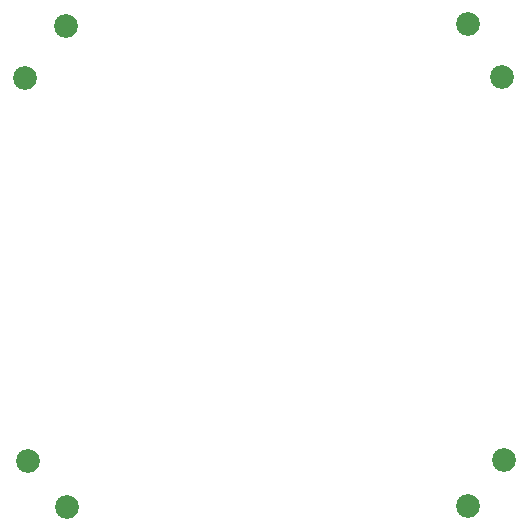
<source format=gbl>
G04 MADE WITH FRITZING*
G04 WWW.FRITZING.ORG*
G04 DOUBLE SIDED*
G04 HOLES PLATED*
G04 CONTOUR ON CENTER OF CONTOUR VECTOR*
%ASAXBY*%
%FSLAX23Y23*%
%MOIN*%
%OFA0B0*%
%SFA1.0B1.0*%
%ADD10C,0.079370*%
%LNCOPPER0*%
G90*
G70*
G54D10*
X75Y1517D03*
X215Y84D03*
X1674Y243D03*
X1554Y88D03*
X213Y1690D03*
X1552Y1694D03*
X85Y240D03*
X1665Y1519D03*
G04 End of Copper0*
M02*
</source>
